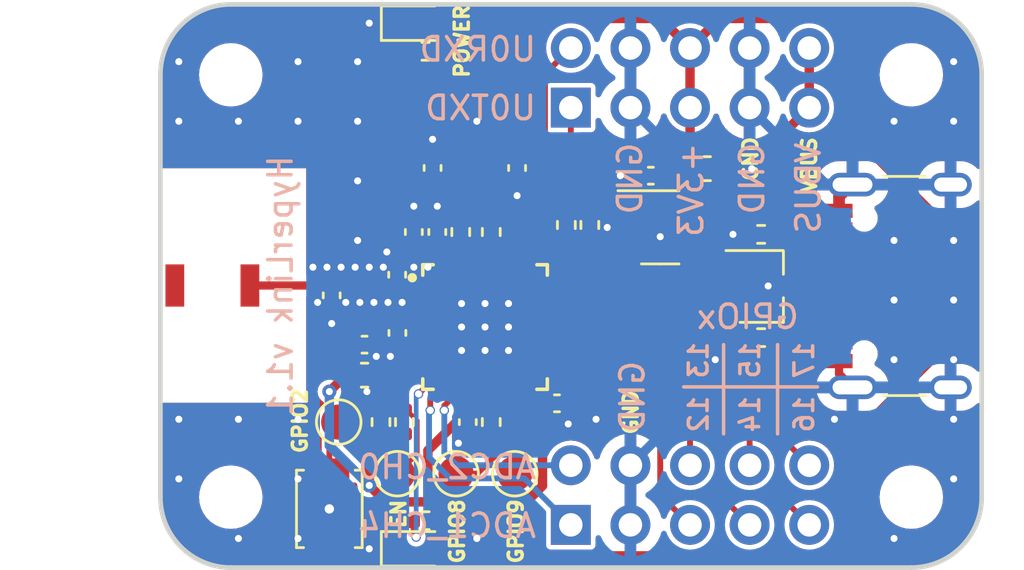
<source format=kicad_pcb>
(kicad_pcb (version 20221018) (generator pcbnew)
  (layers (0 "F.Cu" signal) (31 "B.Cu" signal) (34 "B.Paste" user) (35 "F.Paste" user) (36 "B.SilkS" user "B.Silkscreen") (37 "F.SilkS" user "F.Silkscreen") (38 "B.Mask" user) (39 "F.Mask" user) (44 "Edge.Cuts" user))
  (net 0 "")
  (net 1 "+3V3")
  (net 4 "VBUS")
  (net 5 "GND")
  (net 11 "/USB_D-")
  (net 12 "/USB_D+")
  (net 14 "/GPIO9")
  (net 15 "/GPIO2")
  (net 16 "/EN")
  (net 17 "/RF")
  (net 18 "/ANT")
  (net 19 "/GPIO8")
  (net 20 "/XTAL_P")
  (net 21 "/XTAL_N")
  (net 22 "/XTAL_P_RES")
  (net 23 "/VDD3P3")
  (net 24 "/U0RXD")
  (net 25 "/U0TXD")
  (net 26 "/GPIO12")
  (net 27 "/GPIO13")
  (net 28 "/GPIO14")
  (net 29 "/GPIO15")
  (net 30 "/GPIO16")
  (net 31 "/GPIO17")
  (net 32 "/ADC1_CH4")
  (net 33 "/ADC2_CH0")
  (net 34 "/U0TXD_RES")
  (net 35 "/CC1")
  (net 36 "/CC2")
  (net 38 "/LDO_EN")
  (net 39 "/STATUS_LED_RES")
  (net 40 "/POWER_LED_RES")
  (net 41 "/STATUS_LED")
  (footprint "Package_TO_SOT_SMD:SOT-23-5" (layer "F.Cu") (at 140.3 79.5)
    (fp_text reference "U3" hide)
    (fp_text value "MIC5504-3.3YM5" hide)
  )
  (footprint "Resistor_SMD:R_0402_1005Metric" (layer "F.Cu") (at 144.6 79.8 180)
    (fp_text reference "R7" hide)
    (fp_text value "5k1" hide)
  )
  (footprint "TestPoint:TestPoint_Pad_D1.5mm" (layer "F.Cu") (at 126.6 87.8)
    (fp_text reference "TP4" hide)
    (fp_text value "GPIO2" hide)
  )
  (footprint "MountingHole:MountingHole_2.2mm_M2" (layer "F.Cu") (at 122 73)
    (fp_text reference "H3" hide)
    (fp_text value "MountingHole" hide)
  )
  (footprint "Resistor_SMD:R_0402_1005Metric" (layer "F.Cu") (at 129.4 87.8 90)
    (fp_text reference "R4" hide)
    (fp_text value "10k" hide)
  )
  (footprint "Capacitor_SMD:C_0402_1005Metric" (layer "F.Cu") (at 135.9 87)
    (fp_text reference "C2" hide)
    (fp_text value "100n" hide)
  )
  (footprint "MountingHole:MountingHole_2.2mm_M2" (layer "F.Cu") (at 151 73)
    (fp_text reference "H2" hide)
    (fp_text value "MountingHole" hide)
  )
  (footprint "Resistor_SMD:R_0402_1005Metric" (layer "F.Cu") (at 144.6 84.2 180)
    (fp_text reference "R8" hide)
    (fp_text value "5k1" hide)
  )
  (footprint "Capacitor_SMD:C_0402_1005Metric" (layer "F.Cu") (at 130.6 76.970999 90)
    (fp_text reference "C5" hide)
    (fp_text value "10p" hide)
  )
  (footprint "Resistor_SMD:R_0402_1005Metric" (layer "F.Cu") (at 136.3 79.4 -90)
    (fp_text reference "R1" hide)
    (fp_text value "1k5" hide)
  )
  (footprint "Capacitor_SMD:C_0603_1608Metric" (layer "F.Cu") (at 142.3 77)
    (fp_text reference "C7" hide)
    (fp_text value "10u" hide)
  )
  (footprint "TestPoint:TestPoint_Pad_D1.5mm" (layer "F.Cu") (at 134.1 90)
    (fp_text reference "TP2" hide)
    (fp_text value "GPIO9" hide)
  )
  (footprint "Capacitor_SMD:C_0603_1608Metric" (layer "F.Cu") (at 127.7 85.8)
    (fp_text reference "C18" hide)
    (fp_text value "10u" hide)
  )
  (footprint "Connector_USB:USB_C_Receptacle_GCT_USB4105-xx-A_16P_TopMnt_Horizontal" (layer "F.Cu") (at 151.6 82 90)
    (fp_text reference "J1" hide)
    (fp_text value "USB_C_Receptacle_USB2.0" hide)
  )
  (footprint "Capacitor_SMD:C_0402_1005Metric" (layer "F.Cu") (at 126.3 82.4 -90)
    (fp_text reference "C14" hide)
    (fp_text value "4p" hide)
  )
  (footprint "Capacitor_SMD:C_0402_1005Metric" (layer "F.Cu") (at 130.8 79.7 90)
    (fp_text reference "C4" hide)
    (fp_text value "1u" hide)
  )
  (footprint "Capacitor_SMD:C_0402_1005Metric" (layer "F.Cu") (at 129.09 81.52 90)
    (fp_text reference "C1" hide)
    (fp_text value "4.7p" hide)
  )
  (footprint "Inductor_SMD:L_0402_1005Metric" (layer "F.Cu") (at 127.7 81.95)
    (fp_text reference "L1" hide)
    (fp_text value "1.8nH" hide)
  )
  (footprint "Capacitor_SMD:C_0402_1005Metric" (layer "F.Cu") (at 134.2 76.970999 -90)
    (fp_text reference "C6" hide)
    (fp_text value "10p" hide)
  )
  (footprint "Inductor_SMD:L_0402_1005Metric" (layer "F.Cu") (at 127.7 83.5)
    (fp_text reference "L2" hide)
    (fp_text value "2n" hide)
  )
  (footprint "TestPoint:TestPoint_Pad_D1.5mm" (layer "F.Cu") (at 131.6 90)
    (fp_text reference "TP3" hide)
    (fp_text value "GPIO8" hide)
  )
  (footprint "Resistor_SMD:R_0402_1005Metric" (layer "F.Cu") (at 137.3 79.4 90)
    (fp_text reference "R10" hide)
    (fp_text value "10k" hide)
  )
  (footprint "Capacitor_SMD:C_0402_1005Metric" (layer "F.Cu") (at 129.1 84 -90)
    (fp_text reference "C15" hide)
    (fp_text value "100n" hide)
  )
  (footprint "MountingHole:MountingHole_2.2mm_M2" (layer "F.Cu") (at 151 91)
    (fp_text reference "H1" hide)
    (fp_text value "MountingHole" hide)
  )
  (footprint "Connector_PinHeader_2.54mm:PinHeader_2x05_P2.54mm_Vertical" (layer "F.Cu") (at 136.49 92.18 90)
    (fp_text reference "J2" hide)
    (fp_text value "Conn_02x05_Odd_Even" hide)
  )
  (footprint "Connector_PinHeader_2.54mm:PinHeader_2x05_P2.54mm_Vertical" (layer "F.Cu") (at 136.49 74.4 90)
    (fp_text reference "J3" hide)
    (fp_text value "Conn_02x05_Odd_Even" hide)
  )
  (footprint "Capacitor_SMD:C_0402_1005Metric" (layer "F.Cu") (at 129.8 79.7 90)
    (fp_text reference "C3" hide)
    (fp_text value "10n" hide)
  )
  (footprint "Resistor_SMD:R_0402_1005Metric" (layer "F.Cu") (at 133.1 87.8 90)
    (fp_text reference "R2" hide)
    (fp_text value "10k" hide)
  )
  (footprint "Capacitor_SMD:C_0402_1005Metric" (layer "F.Cu") (at 139.9 77.3 180)
    (fp_text reference "C12" hide)
    (fp_text value "1u" hide)
  )
  (footprint "Resistor_SMD:R_0402_1005Metric" (layer "F.Cu") (at 128.4 87.8 90)
    (fp_text reference "R3" hide)
    (fp_text value "10k" hide)
  )
  (footprint "Resistor_SMD:R_0402_1005Metric" (layer "F.Cu") (at 131.8 79.7 -90)
    (fp_text reference "R6" hide)
    (fp_text value "0R" hide)
  )
  (footprint "Resistor_SMD:R_0402_1005Metric" (layer "F.Cu") (at 130.3 72)
    (fp_text reference "R12" hide)
    (fp_text value "1k" hide)
  )
  (footprint "encyclopedia_galactica:ABM11W-30.0000MHZ-7-D1X-T3" (layer "F.Cu") (at 132.400001 77.150999 180)
    (fp_text reference "Y1" hide)
    (fp_text value "ABM11W-40.0000MHZ-8-B1U-T3" hide)
  )
  (footprint "Capacitor_SMD:C_0402_1005Metric" (layer "F.Cu") (at 132.1 87.8 -90)
    (fp_text reference "C17" hide)
    (fp_text value "100n" hide)
  )
  (footprint "Resistor_SMD:R_0402_1005Metric" (layer "F.Cu") (at 130.3 92)
    (fp_text reference "R11" hide)
    (fp_text value "1k" hide)
  )
  (footprint "LED_SMD:LED_0603_1608Metric" (layer "F.Cu") (at 129.9 70.8)
    (fp_text reference "D2" hide)
    (fp_text value "LED" hide)
  )
  (footprint "MountingHole:MountingHole_2.2mm_M2" (layer "F.Cu") (at 122 91)
    (fp_text reference "H4" hide)
    (fp_text value "MountingHole" hide)
  )
  (footprint "Package_TO_SOT_SMD:TSOT-23" (layer "F.Cu") (at 144.6 82)
    (fp_text reference "U2" hide)
    (fp_text value "PESD2USB5UXT" hide)
  )
  (footprint "LED_SMD:LED_0603_1608Metric" (layer "F.Cu") (at 129.9 93.2)
    (fp_text reference "D1" hide)
    (fp_text value "LED" hide)
  )
  (footprint "encyclopedia_galactica:QFN32_5X5_EXP" (layer "F.Cu") (at 132.834851 83.7487)
    (fp_text reference "U1" hide)
    (fp_text value "ESP32-C3" hide)
  )
  (footprint "Capacitor_SMD:C_0402_1005Metric" (layer "F.Cu") (at 127.7 84.5)
    (fp_text reference "C16" hide)
    (fp_text value "100n" hide)
  )
  (footprint "TestPoint:TestPoint_Pad_D1.5mm" (layer "F.Cu") (at 129.1 90)
    (fp_text reference "TP1" hide)
    (fp_text value "EN" hide)
  )
  (footprint "Button_Switch_SMD:SW_SPST_B3U-1000P" (layer "F.Cu") (at 126.2 91.5 90)
    (fp_text reference "SW1" hide)
    (fp_text value "SW_Push" hide)
  )
  (footprint "encyclopedia_galactica:2108838-1" (layer "F.Cu") (at 118.715 81.98)
    (fp_text reference "AE1" hide)
    (fp_text value "2108838-1" hide)
  )
  (footprint "Resistor_SMD:R_0402_1005Metric" (layer "F.Cu") (at 133.1 79.7 -90)
    (fp_text reference "R5" hide)
    (fp_text value "500R" hide)
  )
  (gr_line (start 143 84.5) (end 143 88.3) (stroke (width 0.15)) (layer "B.SilkS"))
  (gr_line (start 145.3 84.5) (end 145.3 88.3) (stroke (width 0.15)) (layer "B.SilkS"))
  (gr_line (start 141.3 86.3) (end 147 86.3) (stroke (width 0.15)) (layer "B.SilkS"))
  (gr_line locked (start 122.000001 94) (end 151 94) (stroke (width 0.2)) (layer "Edge.Cuts"))
  (gr_arc locked (start 154.000002 91.000001) (mid 153.121322 93.121321) (end 151.000002 94.000001) (stroke (width 0.2)) (layer "Edge.Cuts"))
  (gr_line locked (start 119.000001 72.999999) (end 119 91) (stroke (width 0.2)) (layer "Edge.Cuts"))
  (gr_arc locked (start 151.000002 69.999999) (mid 153.121321 70.878679) (end 154.000002 72.999999) (stroke (width 0.2)) (layer "Edge.Cuts"))
  (gr_arc locked (start 122 94.000001) (mid 119.878673 93.121322) (end 119 91.000001) (stroke (width 0.2)) (layer "Edge.Cuts"))
  (gr_line locked (start 154.000003 73) (end 154.000002 91.000001) (stroke (width 0.2)) (layer "Edge.Cuts"))
  (gr_arc locked (start 119.000001 73) (mid 119.878674 70.878667) (end 122.000001 70) (stroke (width 0.2)) (layer "Edge.Cuts"))
  (gr_line locked (start 122.000001 70) (end 151 70) (stroke (width 0.2)) (layer "Edge.Cuts"))
  (gr_text "ADC1_CH4" (at 135.1 92.8) (layer "B.SilkS") (effects (font (size 1 1)) (justify left bottom mirror)))
  (gr_text "GND" (at 139.6 75.8 90) (layer "B.SilkS") (effects (font (size 1 1)) (justify left bottom mirror)))
  (gr_text "12" (at 142.4 86.6 90) (layer "B.SilkS") (effects (font (size 0.8 0.8)) (justify left bottom mirror)))
  (gr_text "GPIOx" (at 146.3 83.9) (layer "B.SilkS") (effects (font (size 1 1)) (justify left bottom mirror)))
  (gr_text "HyperLink v1.1" (at 124.7 76.35 90) (layer "B.SilkS") (effects (font (size 1 1)) (justify left bottom mirror)))
  (gr_text "17" (at 146.9 84.3 90) (layer "B.SilkS") (effects (font (size 0.8 0.8)) (justify left bottom mirror)))
  (gr_text "15" (at 144.6 84.3 90) (layer "B.SilkS") (effects (font (size 0.8 0.8)) (justify left bottom mirror)))
  (gr_text "13" (at 142.4 84.3 90) (layer "B.SilkS") (effects (font (size 0.8 0.8)) (justify left bottom mirror)))
  (gr_text "U0TXD" (at 135.1 75) (layer "B.SilkS") (effects (font (size 1 1)) (justify left bottom mirror)))
  (gr_text "16" (at 146.9 86.6 90) (layer "B.SilkS") (effects (font (size 0.8 0.8)) (justify left bottom mirror)))
  (gr_text "VBUS" (at 147.2 75.8 90) (layer "B.SilkS") (effects (font (size 1 1)) (justify left bottom mirror)))
  (gr_text "+3V3" (at 142.2 75.8 90) (layer "B.SilkS") (effects (font (size 1 1)) (justify left bottom mirror)))
  (gr_text "ADC2_CH0" (at 135.1 90.3) (layer "B.SilkS") (effects (font (size 1 1)) (justify left bottom mirror)))
  (gr_text "U0RXD" (at 135.1 72.5) (layer "B.SilkS") (effects (font (size 1 1)) (justify left bottom mirror)))
  (gr_text "GND" (at 139.7 85.1 90) (layer "B.SilkS") (effects (font (size 1 1)) (justify left bottom mirror)))
  (gr_text "14" (at 144.6 86.6 90) (layer "B.SilkS") (effects (font (size 0.8 0.8)) (justify left bottom mirror)))
  (gr_text "GND" (at 144.8 75.8 90) (layer "B.SilkS") (effects (font (size 1 1)) (justify left bottom mirror)))
  (gr_text "GND" (at 144.5 77.6 90) (layer "F.SilkS") (effects (font (size 0.6 0.6)) (justify left bottom)))
  (gr_text "GPIO9" (at 134.5 93.9 90) (layer "F.SilkS") (effects (font (size 0.6 0.6)) (justify left bottom)))
  (gr_text "GND" (at 139.4 88.4 90) (layer "F.SilkS") (effects (font (size 0.6 0.6)) (justify left bottom)))
  (gr_text "GPIO2" (at 125.3 89.2 90) (layer "F.SilkS") (effects (font (size 0.6 0.6)) (justify left bottom)))
  (gr_text "POWER" (at 132.2 73.2 90) (layer "F.SilkS") (effects (font (size 0.6 0.6)) (justify left bottom)))
  (gr_text "GPIO8" (at 132 93.9 90) (layer "F.SilkS") (effects (font (size 0.6 0.6)) (justify left bottom)))
  (gr_text "VBUS" (at 147 78.1 90) (layer "F.SilkS") (effects (font (size 0.6 0.6)) (justify left bottom)))
  (gr_text "EN" (at 129.5 92.4 90) (layer "F.SilkS") (effects (font (size 0.6 0.6)) (justify left bottom)))
  (segment (start 132.11 87.32) (end 132.1 87.32) (width 0.4) (layer "F.Cu") (net 1))
  (segment (start 142.83 70.6) (end 147.325 70.6) (width 0.4) (layer "F.Cu") (net 1))
  (segment (start 131.584851 80.964851) (end 131.084852 80.464852) (width 0.25) (layer "F.Cu") (net 1))
  (segment (start 133.183367 70.6) (end 140.31 70.6) (width 0.4) (layer "F.Cu") (net 1))
  (segment (start 128.963 74.820368) (end 130.591684 73.191684) (width 0.4) (layer "F.Cu") (net 1))
  (segment (start 135.283551 90.516449) (end 133.878 91.922) (width 0.4) (layer "F.Cu") (net 1))
  (segment (start 130.591684 73.191684) (end 133.183367 70.6) (width 0.4) (layer "F.Cu") (net 1))
  (segment (start 129.8 80.18) (end 129.528529 80.18) (width 0.4) (layer "F.Cu") (net 1))
  (segment (start 126.9 85.8) (end 126.925 85.8) (width 0.4) (layer "F.Cu") (net 1))
  (segment (start 128.963 79.614471) (end 128.963 74.820368) (width 0.4) (layer "F.Cu") (net 1))
  (segment (start 130.4 89.009562) (end 130.4 91.2) (width 0.4) (layer "F.Cu") (net 1))
  (segment (start 126.2 86.5) (end 126.9 85.8) (width 0.4) (layer "F.Cu") (net 1))
  (segment (start 127.22 84.5) (end 127.22 85.505) (width 0.4) (layer "F.Cu") (net 1))
  (segment (start 141.4375 78.55) (end 141.57 78.4175) (width 0.4) (layer "F.Cu") (net 1))
  (segment (start 129.79 72.39) (end 130.591684 73.191684) (width 0.4) (layer "F.Cu") (net 1))
  (segment (start 141.025 76.5) (end 141.525 77) (width 0.4) (layer "F.Cu") (net 1))
  (segment (start 131.584851 81.3) (end 131.584851 80.964851) (width 0.25) (layer "F.Cu") (net 1))
  (segment (start 127.22 85.505) (end 126.925 85.8) (width 0.4) (layer "F.Cu") (net 1))
  (segment (start 147.325 70.6) (end 148.2 71.475) (width 0.4) (layer "F.Cu") (net 1))
  (segment (start 140.31 70.6) (end 141.57 71.86) (width 0.4) (layer "F.Cu") (net 1))
  (segment (start 148.2 92.5) (end 147.2 93.5) (width 0.4) (layer "F.Cu") (net 1))
  (segment (start 135.283551 85.498699) (end 135.283551 90.516449) (width 0.4) (layer "F.Cu") (net 1))
  (segment (start 148.2 71.475) (end 148.2 75.2) (width 0.4) (layer "F.Cu") (net 1))
  (segment (start 131.084852 80.464852) (end 130.8 80.18) (width 0.25) (layer "F.Cu") (net 1))
  (segment (start 127.9 90.5) (end 127.9 88.81) (width 0.4) (layer "F.Cu") (net 1))
  (segment (start 147.2 93.5) (end 135.456 93.5) (width 0.4) (layer "F.Cu") (net 1))
  (segment (start 127.9 90.5) (end 128.6 91.2) (width 0.4) (layer "F.Cu") (net 1))
  (segment (start 141.57 78.4175) (end 141.57 74.4) (width 0.4) (layer "F.Cu") (net 1))
  (segment (start 132.08485 86.1974) (end 132.08485 87.30485) (width 0.25) (layer "F.Cu") (net 1))
  (segment (start 133.878 91.922) (end 133.156 91.2) (width 0.4) (layer "F.Cu") (net 1))
  (segment (start 141.57 71.86) (end 142.83 70.6) (width 0.4) (layer "F.Cu") (net 1))
  (segment (start 151.7 78.7) (end 151.7 85.3) (width 0.4) (layer "F.Cu") (net 1))
  (segment (start 151.7 85.3) (end 148.2 88.8) (width 0.4) (layer "F.Cu") (net 1))
  (segment (start 141.57 74.4) (end 141.57 71.86) (width 0.4) (layer "F.Cu") (net 1))
  (segment (start 128.6 91.2) (end 130.4 91.2) (width 0.4) (layer "F.Cu") (net 1))
  (segment (start 131.084852 81.3) (end 131.084852 80.464852) (width 0.25) (layer "F.Cu") (net 1))
  (segment (start 129.528529 80.18) (end 128.963 79.614471) (width 0.4) (layer "F.Cu") (net 1))
  (segment (start 133.156 91.2) (end 130.4 91.2) (width 0.4) (layer "F.Cu") (net 1))
  (segment (start 130.8 80.18) (end 129.8 80.18) (width 0.4) (layer "F.Cu") (net 1))
  (segment (start 129.4 88.31) (end 128.4 88.31) (width 0.4) (layer "F.Cu") (net 1))
  (segment (start 138.513288 76.5) (end 141.025 76.5) (width 0.4) (layer "F.Cu") (net 1))
  (segment (start 136.3 78.713288) (end 138.513288 76.5) (width 0.4) (layer "F.Cu") (net 1))
  (segment (start 127.215 84.495) (end 127.22 84.5) (width 0.4) (layer "F.Cu") (net 1))
  (segment (start 133.1 88.31) (end 132.11 87.32) (width 0.4) (layer "F.Cu") (net 1))
  (segment (start 132.08485 87.30485) (end 132.1 87.32) (width 0.25) (layer "F.Cu") (net 1))
  (segment (start 132.1 87.32) (end 132.089562 87.32) (width 0.4) (layer "F.Cu") (net 1))
  (segment (start 136.3 78.89) (end 136.3 78.713288) (width 0.4) (layer "F.Cu") (net 1))
  (segment (start 135.456 93.5) (end 133.878 91.922) (width 0.4) (layer "F.Cu") (net 1))
  (segment (start 127.9 88.81) (end 128.4 88.31) (width 0.4) (layer "F.Cu") (net 1))
  (segment (start 148.2 75.2) (end 151.7 78.7) (width 0.4) (layer "F.Cu") (net 1))
  (segment (start 148.2 88.8) (end 148.2 92.5) (width 0.4) (layer "F.Cu") (net 1))
  (segment (start 127.215 83.5) (end 127.215 84.495) (width 0.4) (layer "F.Cu") (net 1))
  (segment (start 132.089562 87.32) (end 130.4 89.009562) (width 0.4) (layer "F.Cu") (net 1))
  (segment (start 129.79 72) (end 129.79 72.39) (width 0.4) (layer "F.Cu") (net 1))
  (via (at 126.2 86.5) (size 0.6) (drill 0.3) (layers "F.Cu" "B.Cu") (net 1))
  (via (at 127.9 90.5) (size 0.6) (drill 0.3) (layers "F.Cu" "B.Cu") (net 1))
  (segment (start 127.9 90.5) (end 126.2 88.8) (width 0.4) (layer "B.Cu") (net 1))
  (segment (start 126.2 88.8) (end 126.2 86.5) (width 0.4) (layer "B.Cu") (net 1))
  (segment (start 147.92 84.4) (end 148.42434 84.4) (width 0.35) (layer "F.Cu") (net 4))
  (segment (start 149.597 80.77266) (end 148.42434 79.6) (width 0.35) (layer "F.Cu") (net 4))
  (segment (start 148.42434 84.4) (end 149.597 83.22734) (width 0.35) (layer "F.Cu") (net 4))
  (segment (start 145.452 75.598) (end 145.452 79.152) (width 0.4) (layer "F.Cu") (net 4))
  (segment (start 145.9 79.6) (end 145.452 79.152) (width 0.35) (layer "F.Cu") (net 4))
  (segment (start 140.132112 78.55) (end 139.1625 78.55) (width 0.35) (layer "F.Cu") (net 4))
  (segment (start 147.92 79.6) (end 145.9 79.6) (width 0.35) (layer "F.Cu") (net 4))
  (segment (start 149.597 83.22734) (end 149.597 80.77266) (width 0.35) (layer "F.Cu") (net 4))
  (segment (start 148.42434 79.6) (end 147.92 79.6) (width 0.35) (layer "F.Cu") (net 4))
  (segment (start 137.64 78.55) (end 139.1625 78.55) (width 0.25) (layer "F.Cu") (net 4))
  (segment (start 146.65 74.4) (end 146.65 71.86) (width 0.4) (layer "F.Cu") (net 4))
  (segment (start 137.3 78.89) (end 137.64 78.55) (width 0.25) (layer "F.Cu") (net 4))
  (segment (start 145.452 79.152) (end 140.734112 79.152) (width 0.35) (layer "F.Cu") (net 4))
  (segment (start 140.734112 79.152) (end 140.132112 78.55) (width 0.35) (layer "F.Cu") (net 4))
  (segment (start 140.38 77.3) (end 140.38 78.302112) (width 0.35) (layer "F.Cu") (net 4))
  (segment (start 140.38 78.302112) (end 140.132112 78.55) (width 0.35) (layer "F.Cu") (net 4))
  (segment (start 146.65 74.4) (end 145.452 75.598) (width 0.4) (layer "F.Cu") (net 4))
  (segment (start 147.92 78.8) (end 147.92 78.255) (width 0.4) (layer "F.Cu") (net 5))
  (segment (start 144.9 82) (end 145.91 82) (width 0.25) (layer "F.Cu") (net 5))
  (segment (start 147.92 85.745) (end 148.495 86.32) (width 0.35) (layer "F.Cu") (net 5))
  (segment (start 147.92 85.2) (end 147.92 85.745) (width 0.35) (layer "F.Cu") (net 5))
  (segment (start 128.65 80.55) (end 129.09 80.99) (width 0.4) (layer "F.Cu") (net 5))
  (segment (start 144.09 84.2) (end 145.09 85.2) (width 0.25) (layer "F.Cu") (net 5))
  (segment (start 139.42 77.3) (end 138.6 77.3) (width 0.4) (layer "F.Cu") (net 5))
  (segment (start 129.09 80.99) (end 129.09 81.04) (width 0.4) (layer "F.Cu") (net 5))
  (segment (start 128.799503 84.780497) (end 129.1 84.48) (width 0.25) (layer "F.Cu") (net 5))
  (segment (start 136.38 87) (end 136.38 87.88) (width 0.25) (layer "F.Cu") (net 5))
  (segment (start 131.7 88.7) (end 132.1 88.3) (width 0.4) (layer "F.Cu") (net 5))
  (segment (start 131.590001 76.490999) (end 131.763001 76.663999) (width 0.2) (layer "F.Cu") (net 5))
  (segment (start 130.6 75.750999) (end 130.6 76.490999) (width 0.25) (layer "F.Cu") (net 5))
  (segment (start 130.6 76.490999) (end 131.590001 76.490999) (width 0.2) (layer "F.Cu") (net 5))
  (segment (start 128.2 84.52) (end 128.18 84.5) (width 0.25) (layer "F.Cu") (net 5))
  (segment (start 126.2 93.2) (end 126.2 91.5) (width 0.4) (layer "F.Cu") (net 5))
  (segment (start 143.4 79.8) (end 144.09 79.8) (width 0.4) (layer "F.Cu") (net 5))
  (segment (start 128.2 85) (end 128.2 84.52) (width 0.25) (layer "F.Cu") (net 5))
  (segment (start 138.046557 79.5) (end 139.1625 79.5) (width 0.4) (layer "F.Cu") (net 5))
  (segment (start 134.2 78.150999) (end 134.2 77.450999) (width 0.25) (layer "F.Cu") (net 5))
  (segment (start 133.224001 77.450999) (end 133.037001 77.637999) (width 0.2) (layer "F.Cu") (net 5))
  (segment (start 139.9 79.5) (end 139.1625 79.5) (width 0.4) (layer "F.Cu") (net 5))
  (segment (start 145.09 85.2) (end 147.92 85.2) (width 0.25) (layer "F.Cu") (net 5))
  (segment (start 128.475 85.825) (end 128.475 85.8) (width 0.4) (layer "F.Cu") (net 5))
  (segment (start 129.8 78.6) (end 129.8 79.22) (width 0.25) (layer "F.Cu") (net 5))
  (segment (start 144.2 77) (end 143.075 77) (width 0.4) (layer "F.Cu") (net 5))
  (segment (start 140.3 79.9) (end 139.9 79.5) (width 0.4) (layer "F.Cu") (net 5))
  (segment (start 129.1125 93.2) (end 128 93.2) (width 0.25) (layer "F.Cu") (net 5))
  (segment (start 126.3 82.88) (end 126.3 83.6) (width 0.4) (layer "F.Cu") (net 5))
  (segment (start 127.8 86.5) (end 128.475 85.825) (width 0.4) (layer "F.Cu") (net 5))
  (segment (start 147.92 78.255) (end 148.495 77.68) (width 0.4) (layer "F.Cu") (net 5))
  (segment (start 134.2 77.450999) (end 133.224001 77.450999) (width 0.2) (layer "F.Cu") (net 5))
  (segment (start 129.1125 70.8) (end 128 70.8) (width 0.25) (layer "F.Cu") (net 5))
  (segment (start 130.8 78.6) (end 130.8 79.22) (width 0.25) (layer "F.Cu") (net 5))
  (segment (start 138.040639 79.505918) (end 138.046557 79.5) (width 0.4) (layer "F.Cu") (net 5))
  (segment (start 132.1 88.3) (end 132.1 88.28) (width 0.4) (layer "F.Cu") (net 5))
  (segment (start 128.799503 85) (end 128.799503 84.780497) (width 0.25) (layer "F.Cu") (net 5))
  (via (at 150.265 85.139999) (size 0.4) (drill 0.3) (layers "F.Cu" "B.Cu") (net 5))
  (via (at 152.805 72.439999) (size 0.4) (drill 0.3) (layers "F.Cu" "B.Cu") (net 5))
  (via (at 130.4 81.2) (size 0.4) (drill 0.3) (layers "F.Cu" "B.Cu") (net 5))
  (via (at 128.65 80.55) (size 0.4) (drill 0.3) (layers "F.Cu" "B.Cu") (net 5))
  (via (at 126.9 82.7) (size 0.4) (drill 0.3) (layers "F.Cu" "B.Cu") (net 5))
  (via (at 150.265 74.979999) (size 0.4) (drill 0.3) (layers "F.Cu" "B.Cu") (net 5))
  (via (at 137.565 87.679999) (size 0.4) (drill 0.3) (layers "F.Cu" "B.Cu") (net 5))
  (via (at 124.865 74.979999) (size 0.4) (drill 0.3) (layers "F.Cu" "B.Cu") (net 5))
  (via (at 119.785 72.439999) (size 0.4) (drill 0.3) (layers "F.Cu" "B.Cu") (net 5))
  (via (at 138.6 77.3) (size 0.6) (drill 0.3) (layers "F.Cu" "B.Cu") (net 5))
  (via (at 119.785 90.219999) (size 0.4) (drill 0.3) (layers "F.Cu" "B.Cu") (net 5))
  (via (at 129.8 81.2) (size 0.4) (drill 0.3) (layers "F.Cu" "B.Cu") (net 5))
  (via (at 127.9 93.2) (size 0.6) (drill 0.3) (layers "F.Cu" "B.Cu") (net 5))
  (via (at 128.1 82.7) (size 0.4) (drill 0.3) (layers "F.Cu" "B.Cu") (net 5))
  (via (at 152.805 82.599999) (size 0.4) (drill 0.3) (layers "F.Cu" "B.Cu") (net 5))
  (via (at 119.785 74.979999) (size 0.4) (drill 0.3) (layers "F.Cu" "B.Cu") (net 5))
  (via (at 133.834851 84.7487) (size 0.4) (drill 0.3) (layers "F.Cu" "B.Cu") (net 5))
  (via (at 122.325 87.679999) (size 0.4) (drill 0.3) (layers "F.Cu" "B.Cu") (net 5))
  (via (at 126.7 81.2) (size 0.4) (drill 0.3) (layers "F.Cu" "B.Cu") (net 5))
  (via (at 134.2 78.150999) (size 0.4) (drill 0.3) (layers "F.Cu" "B.Cu") (net 5))
  (via (at 132.834851 83.7487) (size 0.4) (drill 0.3) (layers "F.Cu" "B.Cu") (net 5))
  (via (at 152.805 87.679999) (size 0.4) (drill 0.3) (layers "F.Cu" "B.Cu") (net 5))
  (via (at 131.834851 84.7487) (size 0.4) (drill 0.3) (layers "F.Cu" "B.Cu") (net 5))
  (via (at 127.5 82.7) (size 0.4) (drill 0.3) (layers "F.Cu" "B.Cu") (net 5))
  (via (at 132.485 74.979999) (size 0.4) (drill 0.3) (layers "F.Cu" "B.Cu") (net 5))
  (via (at 136.38 87.88) (size 0.6) (drill 0.3) (layers "F.Cu" "B.Cu") (net 5))
  (via (at 144.2 77) (size 0.6) (drill 0.3) (layers "F.Cu" "B.Cu") (net 5))
  (via (at 147.725 87.679999) (size 0.4) (drill 0.3) (layers "F.Cu" "B.Cu") (net 5))
  (via (at 127.405 72.439999) (size 0.4) (drill 0.3) (layers "F.Cu" "B.Cu") (net 5))
  (via (at 138.040639 79.505918) (size 0.6) (drill 0.3) (layers "F.Cu" "B.Cu") (net 5))
  (via (at 131.834851 83.7487) (size 0.4) (drill 0.3) (layers "F.Cu" "B.Cu") (net 5))
  (via (at 132.834851 82.7487) (size 0.4) (drill 0.3) (layers "F.Cu" "B.Cu") (net 5))
  (via (at 150.265 92.759999) (size 0.4) (drill 0.3) (layers "F.Cu" "B.Cu") (net 5))
  (via (at 130.6 75.750999) (size 0.4) (drill 0.3) (layers "F.Cu" "B.Cu") (net 5))
  (via (at 126.2 91.5) (size 0.9) (drill 0.4) (layers "F.Cu" "B.Cu") (net 5))
  (via (at 152.805 74.979999) (size 0.4) (drill 0.3) (layers "F.Cu" "B.Cu") (net 5))
  (via (at 152.805 85.139999) (size 0.4) (drill 0.3) (layers "F.Cu" "B.Cu") (net 5))
  (via (at 128.799503 85) (size 0.4) (drill 0.3) (layers "F.Cu" "B.Cu") (net 5))
  (via (at 144.9 82) (size 0.6) (drill 0.3) (layers "F.Cu" "B.Cu") (net 5))
  (via (at 143.4 79.8) (size 0.6) (drill 0.3) (layers "F.Cu" "B.Cu") (net 5))
  (via (at 124.865 92.759999) (size 0.4) (drill 0.3) (layers "F.Cu" "B.Cu") (net 5))
  (via (at 150.265 82.599999) (size 0.4) (drill 0.3) (layers "F.Cu" "B.Cu") (net 5))
  (via (at 133.834851 83.7487) (size 0.4) (drill 0.3) (layers "F.Cu" "B.Cu") (net 5))
  (via (at 131.834851 82.7487) (size 0.4) (drill 0.3) (layers "F.Cu" "B.Cu") (net 5))
  (via (at 127.3 81.2) (size 0.4) (drill 0.3) (layers "F.Cu" "B.Cu") (net 5))
  (via (at 127.405 77.519999) (size 0.4) (drill 0.3) (layers "F.Cu" "B.Cu") (net 5))
  (via (at 128.7 82.7) (size 0.4) (drill 0.3) (layers "F.Cu" "B.Cu") (net 5))
  (via (at 142.645 85.139999) (size 0.4) (drill 0.3) (layers "F.Cu" "B.Cu") (net 5))
  (via (at 132.485 92.759999) (size 0.4) (drill 0.3) (layers "F.Cu" "B.Cu") (net 5))
  (via (at 129.8 78.6) (size 0.4) (drill 0.3) (layers "F.Cu" "B.Cu") (net 5))
  (via (at 132.834851 84.7487) (size 0.4) (drill 0.3) (layers "F.Cu" "B.Cu") (net 5))
  (via (at 126.3 83.6) (size 0.4) (drill 0.3) (layers "F.Cu" "B.Cu") (net 5))
  (via (at 130.8 78.6) (size 0.4) (drill 0.3) (layers "F.Cu" "B.Cu") (net 5))
  (via (at 125.7 82.7) (size 0.4) (drill 0.3) (layers "F.Cu" "B.Cu") (net 5))
  (via (at 124.865 72.439999) (size 0.4) (drill 0.3) (layers "F.Cu" "B.Cu") (net 5))
  (via (at 152.805 80.059999) (size 0.4) (drill 0.3) (layers "F.Cu" "B.Cu") (net 5))
  (via (at 140.3 79.9) (size 0.6) (drill 0.3) (layers "F.Cu" "B.Cu") (net 5))
  (via (at 122.325 74.979999) (size 0.4) (drill 0.3) (layers "F.Cu" "B.Cu") (net 5))
  (via (at 128.2 85) (size 0.4) (drill 0.3) (layers "F.Cu" "B.Cu") (net 5))
  (via (at 129.3 82.7) (size 0.4) (drill 0.3) (layers "F.Cu" "B.Cu") (net 5))
  (via (at 126.099503 81.2) (size 0.4) (drill 0.3) (layers "F.Cu" "B.Cu") (net 5))
  (via (at 127.405 74.979999) (size 0.4) (drill 0.3) (layers "F.Cu" "B.Cu") (net 5))
  (via (at 133.834851 82.7487) (size 0.4) (drill 0.3) (layers "F.Cu" "B.Cu") (net 5))
  (via (at 124.865 90.219999) (size 0.4) (drill 0.3) (layers "F.Cu" "B.Cu") (net 5))
  (via (at 150.265 80.059999) (size 0.4) (drill 0.3) (layers "F.Cu" "B.Cu") (net 5))
  (via (at 124.865 87.679999) (size 0.4) (drill 0.3) (layers "F.Cu" "B.Cu") (net 5))
  (via (at 125.5 81.2) (size 0.4) (drill 0.3) (layers "F.Cu" "B.Cu") (net 5))
  (via (at 131.7 88.7) (size 0.4) (drill 0.3) (layers "F.Cu" "B.Cu") (net 5))
  (via (at 152.805 90.219999) (size 0.4) (drill 0.3) (layers "F.Cu" "B.Cu") (net 5))
  (via (at 127.405 80.059999) (size 0.4) (drill 0.3) (layers "F.Cu" "B.Cu") (net 5))
  (via (at 127.9 81.2) (size 0.4) (drill 0.3) (layers "F.Cu" "B.Cu") (net 5))
  (via (at 119.785 87.679999) (size 0.4) (drill 0.3) (layers "F.Cu" "B.Cu") (net 5))
  (via (at 128.5 81.2) (size 0.4) (drill 0.3) (layers "F.Cu" "B.Cu") (net 5))
  (via (at 127.8 86.5) (size 0.6) (drill 0.3) (layers "F.Cu" "B.Cu") (net 5))
  (via (at 122.325 92.759999) (size 0.4) (drill 0.3) (layers "F.Cu" "B.Cu") (net 5))
  (via (at 127.9 70.8) (size 0.6) (drill 0.3) (layers "F.Cu" "B.Cu") (net 5))
  (segment (start 139.03 92.18) (end 139.03 89.64) (width 0.4) (layer "B.Cu") (net 5))
  (segment (start 142.35 86.32) (end 148.495 86.32) (width 0.4) (layer "B.Cu") (net 5))
  (segment (start 139.03 89.64) (end 142.35 86.32) (width 0.4) (layer "B.Cu") (net 5))
  (segment (start 147.39 77.68) (end 148.495 77.68) (width 0.4) (layer "B.Cu") (net 5))
  (segment (start 144.11 71.86) (end 144.11 74.4) (width 0.4) (layer "B.Cu") (net 5))
  (segment (start 139.03 74.4) (end 142.31 77.68) (width 0.4) (layer "B.Cu") (net 5))
  (segment (start 139.03 71.86) (end 139.03 74.4) (width 0.4) (layer "B.Cu") (net 5))
  (segment (start 144.11 74.4) (end 147.39 77.68) (width 0.4) (layer "B.Cu") (net 5))
  (segment (start 151 84.099999) (end 150.9 83.999999) (width 0.4) (layer "B.Cu") (net 5))
  (segment (start 142.31 77.68) (end 148.495 77.68) (width 0.4) (layer "B.Cu") (net 5))
  (segment (start 148.55 81.75) (end 147.92 81.75) (width 0.25) (layer "F.Cu") (net 11))
  (segment (start 134.58485 81.01515) (end 134.723 80.877) (width 0.25) (layer "F.Cu") (net 11))
  (segment (start 138.523684 82.2) (end 144.3 82.2) (width 0.25) (layer "F.Cu") (net 11))
  (segment (start 148.8 82.5) (end 148.8 82) (width 0.25) (layer "F.Cu") (net 11))
  (segment (start 144.85 82.75) (end 147.92 82.75) (width 0.25) (layer "F.Cu") (net 11))
  (segment (start 148.8 82) (end 148.55 81.75) (width 0.25) (layer "F.Cu") (net 11))
  (segment (start 147.92 82.75) (end 148.55 82.75) (width 0.25) (layer "F.Cu") (net 11))
  (segment (start 137.200684 80.877) (end 138.523684 82.2) (width 0.25) (layer "F.Cu") (net 11))
  (segment (start 144.3 82.2) (end 144.85 82.75) (width 0.25) (layer "F.Cu") (net 11))
  (segment (start 134.58485 81.3) (end 134.58485 81.01515) (width 0.25) (layer "F.Cu") (net 11))
  (segment (start 148.55 82.75) (end 148.8 82.5) (width 0.25) (layer "F.Cu") (net 11))
  (segment (start 134.723 80.877) (end 137.200684 80.877) (width 0.25) (layer "F.Cu") (net 11))
  (segment (start 143.29 82.21) (end 143.29 82.95) (width 0.25) (layer "F.Cu") (net 11))
  (segment (start 147.245 82.25) (end 147.92 82.25) (width 0.25) (layer "F.Cu") (net 12))
  (segment (start 138.656842 81.8) (end 144.3 81.8) (width 0.25) (layer "F.Cu") (net 12))
  (segment (start 143.29 81.79) (end 143.29 81.05) (width 0.25) (layer "F.Cu") (net 12))
  (segment (start 147 82.005) (end 147.245 82.25) (width 0.25) (layer "F.Cu") (net 12))
  (segment (start 137.356842 80.5) (end 138.656842 81.8) (width 0.25) (layer "F.Cu") (net 12))
  (segment (start 144.3 81.8) (end 144.85 81.25) (width 0.25) (layer "F.Cu") (net 12))
  (segment (start 134.084851 80.915149) (end 134.084851 81.3) (width 0.25) (layer "F.Cu") (net 12))
  (segment (start 136.3 80.5) (end 137.356842 80.5) (width 0.25) (layer "F.Cu") (net 12))
  (segment (start 144.85 81.25) (end 147.92 81.25) (width 0.25) (layer "F.Cu") (net 12))
  (segment (start 134.5 80.5) (end 134.084851 80.915149) (width 0.25) (layer "F.Cu") (net 12))
  (segment (start 147.191 81.25) (end 147 81.441) (width 0.25) (layer "F.Cu") (net 12))
  (segment (start 136.3 79.91) (end 136.3 80.5) (width 0.25) (layer "F.Cu") (net 12))
  (segment (start 147 81.441) (end 147 82.005) (width 0.25) (layer "F.Cu") (net 12))
  (segment (start 147.92 81.25) (end 147.191 81.25) (width 0.25) (layer "F.Cu") (net 12))
  (segment (start 136.3 80.5) (end 134.5 80.5) (width 0.25) (layer "F.Cu") (net 12))
  (segment (start 134.084851 86.1974) (end 134.084851 87.351692) (width 0.25) (layer "F.Cu") (net 14))
  (segment (start 134.177 87.443841) (end 134.177 89.923) (width 0.25) (layer "F.Cu") (net 14))
  (segment (start 134.177 89.923) (end 134.1 90) (width 0.25) (layer "F.Cu") (net 14))
  (segment (start 134.084851 87.351692) (end 134.177 87.443841) (width 0.25) (layer "F.Cu") (net 14))
  (segment (start 129.151464 85.362239) (end 129.152 85.362775) (width 0.2) (layer "F.Cu") (net 15))
  (segment (start 130.386151 84.498701) (end 130.015002 84.498701) (width 0.2) (layer "F.Cu") (net 15))
  (segment (start 126.2 88.2) (end 126.6 87.8) (width 0.25) (layer "F.Cu") (net 15))
  (segment (start 127.11 87.29) (end 126.6 87.8) (width 0.25) (layer "F.Cu") (net 15))
  (segment (start 129.152 85.362775) (end 129.152 86.538) (width 0.2) (layer "F.Cu") (net 15))
  (segment (start 130.015002 84.498701) (end 129.151464 85.362239) (width 0.2) (layer "F.Cu") (net 15))
  (segment (start 128.4 87.29) (end 127.11 87.29) (width 0.25) (layer "F.Cu") (net 15))
  (segment (start 129.152 86.538) (end 128.4 87.29) (width 0.2) (layer "F.Cu") (net 15))
  (segment (start 126.2 89.8) (end 126.2 88.2) (width 0.25) (layer "F.Cu") (net 15))
  (segment (start 129.947 89.153) (end 129.1 90) (width 0.2) (layer "F.Cu") (net 16))
  (segment (start 129.947 87.747) (end 129.947 89.153) (width 0.2) (layer "F.Cu") (net 16))
  (segment (start 129.977451 84.9987) (end 130.386151 84.9987) (width 0.2) (layer "F.Cu") (net 16))
  (segment (start 129.65 87.45) (end 129.947 87.747) (width 0.2) (layer "F.Cu") (net 16))
  (segment (start 129.479 87.211) (end 129.479 85.497151) (width 0.2) (layer "F.Cu") (net 16))
  (segment (start 129.4 87.29) (end 129.479 87.211) (width 0.2) (layer "F.Cu") (net 16))
  (segment (start 129.479 85.497151) (end 129.977451 84.9987) (width 0.2) (layer "F.Cu") (net 16))
  (segment (start 127.185 81.98) (end 122.815 81.98) (width 0.35) (layer "F.Cu") (net 17))
  (segment (start 127.215 81.95) (end 127.185 81.98) (width 0.35) (layer "F.Cu") (net 17))
  (segment (start 128.2317 81.9967) (end 130.386151 81.9967) (width 0.35) (layer "F.Cu") (net 18))
  (segment (start 128.185 81.95) (end 128.2317 81.9967) (width 0.35) (layer "F.Cu") (net 18))
  (segment (start 133.584852 87.384852) (end 133.584852 86.1974) (width 0.25) (layer "F.Cu") (net 19))
  (segment (start 133.8 88.7) (end 133.8 87.6) (width 0.25) (layer "F.Cu") (net 19))
  (segment (start 133.1 87.29) (end 133.49 87.29) (width 0.25) (layer "F.Cu") (net 19))
  (segment (start 131.6 90) (end 132.5 90) (width 0.25) (layer "F.Cu") (net 19))
  (segment (start 133.49 87.29) (end 133.584852 87.384852) (width 0.25) (layer "F.Cu") (net 19))
  (segment (start 132.5 90) (end 133.8 88.7) (width 0.25) (layer "F.Cu") (net 19))
  (segment (start 133.8 87.6) (end 133.584852 87.384852) (width 0.25) (layer "F.Cu") (net 19))
  (segment (start 131.8 77.674998) (end 131.576001 77.450999) (width 0.2) (layer "F.Cu") (net 20))
  (segment (start 131.8 79.19) (end 131.8 77.674998) (width 0.2) (layer "F.Cu") (net 20))
  (segment (start 131.576001 77.450999) (end 130.6 77.450999) (width 0.2) (layer "F.Cu") (net 20))
  (segment (start 132.427001 77.172999) (end 133.058601 76.541399) (width 0.2) (layer "F.Cu") (net 21))
  (segment (start 132.427001 80.563551) (end 132.427001 77.172999) (width 0.2) (layer "F.Cu") (net 21))
  (segment (start 134.2 76.490999) (end 133.212401 76.490999) (width 0.2) (layer "F.Cu") (net 21))
  (segment (start 133.212401 76.490999) (end 133.162001 76.541399) (width 0.2) (layer "F.Cu") (net 21))
  (segment (start 132.584851 81.3) (end 132.584851 80.721401) (width 0.2) (layer "F.Cu") (net 21))
  (segment (start 132.584851 80.721401) (end 132.427001 80.563551) (width 0.2) (layer "F.Cu") (net 21))
  (segment (start 133.058601 76.541399) (end 133.162001 76.541399) (width 0.2) (layer "F.Cu") (net 21))
  (segment (start 132.08485 80.69485) (end 131.6 80.21) (width 0.25) (layer "F.Cu") (net 22))
  (segment (start 132.08485 81.3) (end 132.08485 80.69485) (width 0.25) (layer "F.Cu") (net 22))
  (segment (start 130.386151 82.998699) (end 129.743764 82.998699) (width 0.25) (layer "F.Cu") (net 23))
  (segment (start 128.185 83.5) (end 129.08 83.5) (width 0.4) (layer "F.Cu") (net 23))
  (segment (start 130.386151 82.4987) (end 130.243763 82.4987) (width 0.25) (layer "F.Cu") (net 23))
  (segment (start 129.743764 82.998699) (end 129.222463 83.52) (width 0.25) (layer "F.Cu") (net 23))
  (segment (start 130.243763 82.4987) (end 129.743764 82.998699) (width 0.25) (layer "F.Cu") (net 23))
  (segment (start 129.08 83.5) (end 129.1 83.52) (width 0.4) (layer "F.Cu") (net 23))
  (segment (start 129.222463 83.52) (end 129.1 83.52) (width 0.25) (layer "F.Cu") (net 23))
  (segment (start 133.584852 80.615148) (end 136.49 77.71) (width 0.25) (layer "F.Cu") (net 24))
  (segment (start 133.584852 81.3) (end 133.584852 80.615148) (width 0.25) (layer "F.Cu") (net 24))
  (segment (start 136.49 77.71) (end 136.49 74.4) (width 0.25) (layer "F.Cu") (net 24))
  (segment (start 135.388 78.012) (end 135.388 72.962) (width 0.25) (layer "F.Cu") (net 25))
  (segment (start 135.388 72.962) (end 136.49 71.86) (width 0.25) (layer "F.Cu") (net 25))
  (segment (start 134.21 79.19) (end 135.388 78.012) (width 0.25) (layer "F.Cu") (net 25))
  (segment (start 133.1 79.19) (end 134.21 79.19) (width 0.25) (layer "F.Cu") (net 25))
  (segment (start 140.3 90.91) (end 141.57 92.18) (width 0.25) (layer "F.Cu") (net 26))
  (segment (start 140.3 87.175264) (end 140.3 90.91) (width 0.25) (layer "F.Cu") (net 26))
  (segment (start 135.283551 84.498701) (end 137.623437 84.498701) (width 0.25) (layer "F.Cu") (net 26))
  (segment (start 137.623437 84.498701) (end 140.3 87.175264) (width 0.25) (layer "F.Cu") (net 26))
  (segment (start 141.57 87.912106) (end 141.57 89.64) (width 0.25) (layer "F.Cu") (net 27))
  (segment (start 135.283551 83.9987) (end 137.656594 83.9987) (width 0.25) (layer "F.Cu") (net 27))
  (segment (start 137.656594 83.9987) (end 141.57 87.912106) (width 0.25) (layer "F.Cu") (net 27))
  (segment (start 142.9 90.97) (end 144.11 92.18) (width 0.25) (layer "F.Cu") (net 28))
  (segment (start 142.9 88.708948) (end 142.9 90.97) (width 0.25) (layer "F.Cu") (net 28))
  (segment (start 135.283551 83.4987) (end 137.689752 83.4987) (width 0.25) (layer "F.Cu") (net 28))
  (segment (start 137.689752 83.4987) (end 142.9 88.708948) (width 0.25) (layer "F.Cu") (net 28))
  (segment (start 144.11 88.243158) (end 144.11 89.64) (width 0.25) (layer "F.Cu") (net 29))
  (segment (start 137.722909 82.998699) (end 142.17821 87.454) (width 0.25) (layer "F.Cu") (net 29))
  (segment (start 143.320842 87.454) (end 144.11 88.243158) (width 0.25) (layer "F.Cu") (net 29))
  (segment (start 135.283551 82.998699) (end 137.722909 82.998699) (width 0.25) (layer "F.Cu") (net 29))
  (segment (start 142.17821 87.454) (end 143.320842 87.454) (width 0.25) (layer "F.Cu") (net 29))
  (segment (start 145.4 90.93) (end 146.65 92.18) (width 0.25) (layer "F.Cu") (net 30))
  (segment (start 143.477 87.077) (end 145.4 89) (width 0.25) (layer "F.Cu") (net 30))
  (segment (start 145.4 89) (end 145.4 90.93) (width 0.25) (layer "F.Cu") (net 30))
  (segment (start 137.756068 82.4987) (end 142.334368 87.077) (width 0.25) (layer "F.Cu") (net 30))
  (segment (start 135.283551 82.4987) (end 137.756068 82.4987) (width 0.25) (layer "F.Cu") (net 30))
  (segment (start 142.334368 87.077) (end 143.477 87.077) (width 0.25) (layer "F.Cu") (net 30))
  (segment (start 142.490526 86.7) (end 143.71 86.7) (width 0.25) (layer "F.Cu") (net 31))
  (segment (start 135.283551 81.998701) (end 137.789227 81.998701) (width 0.25) (layer "F.Cu") (net 31))
  (segment (start 143.71 86.7) (end 146.65 89.64) (width 0.25) (layer "F.Cu") (net 31))
  (segment (start 137.789227 81.998701) (end 142.490526 86.7) (width 0.25) (layer "F.Cu") (net 31))
  (segment (start 130.5 87.3) (end 130.5 86.782252) (width 0.25) (layer "F.Cu") (net 32))
  (segment (start 130.5 86.782252) (end 131.084852 86.1974) (width 0.25) (layer "F.Cu") (net 32))
  (via (at 130.5 87.3) (size 0.4) (drill 0.3) (layers "F.Cu" "B.Cu") (net 32))
  (segment (start 130.448 89.298) (end 131.35 90.2) (width 0.25) (layer "B.Cu") (net 32))
  (segment (start 130.448 87.352) (end 130.448 89.298) (width 0.25) (layer "B.Cu") (net 32))
  (segment (start 130.5 87.3) (end 130.448 87.352) (width 0.25) (layer "B.Cu") (net 32))
  (segment (start 134.51 90.2) (end 136.49 92.18) (width 0.25) (layer "B.Cu") (net 32))
  (segment (start 131.35 90.2) (end 134.51 90.2) (width 0.25) (layer "B.Cu") (net 32))
  (segment (start 131.099503 87.3) (end 131.099503 87.100248) (width 0.25) (layer "F.Cu") (net 33))
  (segment (start 131.099503 87.100248) (end 131.584851 86.6149) (width 0.25) (layer "F.Cu") (net 33))
  (segment (start 131.584851 86.6149) (end 131.584851 86.1974) (width 0.25) (layer "F.Cu") (net 33))
  (via (at 131.099503 87.3) (size 0.4) (drill 0.3) (layers "F.Cu" "B.Cu") (net 33))
  (segment (start 131.099503 87.3) (end 131.099503 89.099503) (width 0.25) (layer "B.Cu") (net 33))
  (segment (start 131.64 89.64) (end 136.49 89.64) (width 0.25) (layer "B.Cu") (net 33))
  (segment (start 131.099503 89.099503) (end 131.64 89.64) (width 0.25) (layer "B.Cu") (net 33))
  (segment (start 133.084851 81.3) (end 133.084851 80.365149) (width 0.25) (layer "F.Cu") (net 34))
  (segment (start 147.92 83.25) (end 147.095 83.25) (width 0.25) (layer "F.Cu") (net 35))
  (segment (start 146.145 84.2) (end 145.11 84.2) (width 0.25) (layer "F.Cu") (net 35))
  (segment (start 147.095 83.25) (end 146.145 84.2) (width 0.25) (layer "F.Cu") (net 35))
  (segment (start 145.56 80.25) (end 147.92 80.25) (width 0.25) (layer "F.Cu") (net 36))
  (segment (start 145.11 79.8) (end 145.56 80.25) (width 0.25) (layer "F.Cu") (net 36))
  (segment (start 137.84 80.45) (end 139.1625 80.45) (width 0.25) (layer "F.Cu") (net 38))
  (segment (start 137.3 79.91) (end 137.84 80.45) (width 0.25) (layer "F.Cu") (net 38))
  (segment (start 130.81 92) (end 130.81 93.0775) (width 0.25) (layer "F.Cu") (net 39))
  (segment (start 130.81 93.0775) (end 130.6875 93.2) (width 0.25) (layer "F.Cu") (net 39))
  (segment (start 130.81 72) (end 130.81 70.9225) (width 0.25) (layer "F.Cu") (net 40))
  (segment (start 130.81 70.9225) (end 130.6875 70.8) (width 0.25) (layer "F.Cu") (net 40))
  (segment (start 129.9 92.7) (end 129.79 92.59) (width 0.25) (layer "F.Cu") (net 41))
  (segment (start 130.386151 86.213849) (end 130.386151 85.498699) (width 0.25) (layer "F.Cu") (net 41))
  (segment (start 129.79 92.59) (end 129.79 92) (width 0.25) (layer "F.Cu") (net 41))
  (segment (start 130 86.6) (end 130.386151 86.213849) (width 0.25) (layer "F.Cu") (net 41))
  (via (at 130 86.6) (size 0.4) (drill 0.3) (layers "F.Cu" "B.Cu") (net 41))
  (via (at 129.9 92.7) (size 0.4) (drill 0.3) (layers "F.Cu" "B.Cu") (net 41))
  (segment (start 129.9 92.7) (end 129.9 86.7) (width 0.2) (layer "B.Cu") (net 41))
  (segment (start 129.9 86.7) (end 130 86.6) (width 0.2) (layer "B.Cu") (net 41))
  (zone locked (net 5) (net_name "GND") (layer "F.Cu") (priority 2) (connect_pads (clearance 0.2)) (min_thickness 0.25) (fill yes (thermal_gap 0.5) (thermal_bridge_width 0.5))
    (polygon (pts (xy 119 76.98) (xy 119 70) (xy 154 70) (xy 154 94) (xy 119 94) (xy 119 86.98) (xy 125.215 86.98) (xy 125.215 76.98)))
  )
  (zone (net 5) (net_name "GND") (layer "B.Cu") (connect_pads (clearance 0.2)) (min_thickness 0.25) (fill yes (thermal_gap 0.5) (thermal_bridge_width 0.5))
    (polygon (pts (xy 119 70) (xy 154 70) (xy 154 94) (xy 119 94)))
  )
)
</source>
